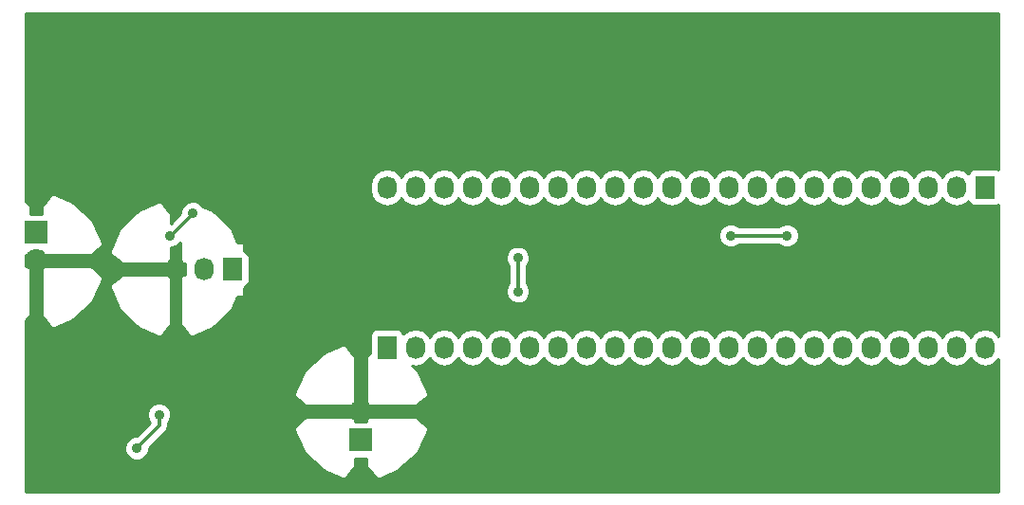
<source format=gbl>
%FSLAX46Y46*%
G04 Gerber Fmt 4.6, Leading zero omitted, Abs format (unit mm)*
G04 Created by KiCad (PCBNEW (2014-09-02 BZR 5112)-product) date Fri 05 Sep 2014 18:15:05 BST*
%MOMM*%
G01*
G04 APERTURE LIST*
%ADD10C,0.100000*%
%ADD11R,2.032000X2.032000*%
%ADD12O,2.032000X2.032000*%
%ADD13R,1.727200X2.032000*%
%ADD14O,1.727200X2.032000*%
%ADD15C,0.889000*%
%ADD16C,0.254000*%
%ADD17C,0.300000*%
G04 APERTURE END LIST*
D10*
D11*
X139000000Y-117730000D03*
D12*
X139000000Y-120270000D03*
D13*
X156540000Y-121000000D03*
D14*
X154000000Y-121000000D03*
X151460000Y-121000000D03*
D11*
X168000000Y-136270000D03*
D12*
X168000000Y-133730000D03*
D13*
X223670000Y-113700000D03*
D14*
X221130000Y-113700000D03*
X218590000Y-113700000D03*
X216050000Y-113700000D03*
X213510000Y-113700000D03*
X210970000Y-113700000D03*
X208430000Y-113700000D03*
X205890000Y-113700000D03*
X203350000Y-113700000D03*
X200810000Y-113700000D03*
X198270000Y-113700000D03*
X195730000Y-113700000D03*
X193190000Y-113700000D03*
X190650000Y-113700000D03*
X188110000Y-113700000D03*
X185570000Y-113700000D03*
X183030000Y-113700000D03*
X180490000Y-113700000D03*
X177950000Y-113700000D03*
X175410000Y-113700000D03*
X172870000Y-113700000D03*
X170330000Y-113700000D03*
D13*
X170330000Y-128000000D03*
D14*
X172870000Y-128000000D03*
X175410000Y-128000000D03*
X177950000Y-128000000D03*
X180490000Y-128000000D03*
X183030000Y-128000000D03*
X185570000Y-128000000D03*
X188110000Y-128000000D03*
X190650000Y-128000000D03*
X193190000Y-128000000D03*
X195730000Y-128000000D03*
X198270000Y-128000000D03*
X200810000Y-128000000D03*
X203350000Y-128000000D03*
X205890000Y-128000000D03*
X208430000Y-128000000D03*
X210970000Y-128000000D03*
X213510000Y-128000000D03*
X216050000Y-128000000D03*
X218590000Y-128000000D03*
X221130000Y-128000000D03*
X223670000Y-128000000D03*
D15*
X153000000Y-116000000D03*
X151000000Y-118000000D03*
X152000000Y-137000000D03*
X146000000Y-135000000D03*
X167000000Y-140000000D03*
X166000000Y-112000000D03*
X151000000Y-112000000D03*
X163000000Y-101000000D03*
X148000000Y-101000000D03*
X206000000Y-118000000D03*
X201000000Y-118000000D03*
X182000000Y-120000000D03*
X182000000Y-123000000D03*
X148000000Y-137000000D03*
X150000000Y-134000000D03*
D16*
X151000000Y-118000000D02*
X153000000Y-116000000D01*
D17*
X206000000Y-118000000D02*
X201000000Y-118000000D01*
X182000000Y-123000000D02*
X182000000Y-120000000D01*
X148000000Y-137000000D02*
X150000000Y-135000000D01*
X150000000Y-135000000D02*
X150000000Y-134000000D01*
D16*
G36*
X224873000Y-140873000D02*
X174046411Y-140873000D01*
X174046411Y-135201990D01*
X172900490Y-134238000D01*
X168508000Y-134238000D01*
X168508000Y-134619000D01*
X167492000Y-134619000D01*
X167492000Y-134238000D01*
X167492000Y-133222000D01*
X167492000Y-128835040D01*
X166528012Y-127683597D01*
X164765396Y-128413688D01*
X162977151Y-130056197D01*
X161953589Y-132258010D01*
X163099510Y-133222000D01*
X167492000Y-133222000D01*
X167492000Y-134238000D01*
X163099510Y-134238000D01*
X161953589Y-135201990D01*
X162977151Y-137403803D01*
X164765396Y-139046312D01*
X166528012Y-139776403D01*
X167492000Y-138624960D01*
X167492000Y-137921000D01*
X168508000Y-137921000D01*
X168508000Y-138624960D01*
X169471988Y-139776403D01*
X171234604Y-139046312D01*
X173022849Y-137403803D01*
X174046411Y-135201990D01*
X174046411Y-140873000D01*
X158038600Y-140873000D01*
X158038600Y-122142310D01*
X158038600Y-121889691D01*
X158038600Y-119857691D01*
X157941927Y-119624302D01*
X157763299Y-119445673D01*
X157530600Y-119349285D01*
X157530600Y-118586998D01*
X156965000Y-118586998D01*
X156437541Y-117380301D01*
X154731770Y-115739411D01*
X153917697Y-115394172D01*
X153915689Y-115389311D01*
X153612286Y-115085378D01*
X153215668Y-114920687D01*
X152786216Y-114920313D01*
X152389311Y-115084311D01*
X152085378Y-115387714D01*
X151920687Y-115784332D01*
X151920497Y-116001872D01*
X151028200Y-116894170D01*
X151028200Y-116098339D01*
X150086270Y-114934474D01*
X148188230Y-115739411D01*
X146482459Y-117380301D01*
X145534474Y-119549056D01*
X146706040Y-120492000D01*
X151028200Y-120492000D01*
X151028200Y-119079525D01*
X151213784Y-119079687D01*
X151610689Y-118915689D01*
X151891800Y-118635068D01*
X151891800Y-120492000D01*
X152323600Y-120492000D01*
X152323600Y-121508000D01*
X151891800Y-121508000D01*
X151891800Y-125901661D01*
X152833730Y-127065526D01*
X154731770Y-126260589D01*
X156437541Y-124619699D01*
X156965000Y-123413002D01*
X157530600Y-123413002D01*
X157530600Y-122650713D01*
X157763298Y-122554327D01*
X157941927Y-122375699D01*
X158038600Y-122142310D01*
X158038600Y-140873000D01*
X151079687Y-140873000D01*
X151079687Y-133786216D01*
X151028200Y-133661608D01*
X151028200Y-125901661D01*
X151028200Y-121508000D01*
X146706040Y-121508000D01*
X145534474Y-122450944D01*
X146482459Y-124619699D01*
X148188230Y-126260589D01*
X150086270Y-127065526D01*
X151028200Y-125901661D01*
X151028200Y-133661608D01*
X150915689Y-133389311D01*
X150612286Y-133085378D01*
X150215668Y-132920687D01*
X149786216Y-132920313D01*
X149389311Y-133084311D01*
X149085378Y-133387714D01*
X148920687Y-133784332D01*
X148920313Y-134213784D01*
X149084311Y-134610689D01*
X149181646Y-134708195D01*
X147969369Y-135920472D01*
X147786216Y-135920313D01*
X147389311Y-136084311D01*
X147085378Y-136387714D01*
X146920687Y-136784332D01*
X146920313Y-137213784D01*
X147084311Y-137610689D01*
X147387714Y-137914622D01*
X147784332Y-138079313D01*
X148213784Y-138079687D01*
X148610689Y-137915689D01*
X148914622Y-137612286D01*
X149079313Y-137215668D01*
X149079474Y-137030683D01*
X150555079Y-135555079D01*
X150725245Y-135300407D01*
X150725245Y-135300406D01*
X150785000Y-135000000D01*
X150785000Y-134741681D01*
X150914622Y-134612286D01*
X151079313Y-134215668D01*
X151079687Y-133786216D01*
X151079687Y-140873000D01*
X145046411Y-140873000D01*
X145046411Y-121741990D01*
X143900490Y-120778000D01*
X139508000Y-120778000D01*
X139508000Y-125164960D01*
X140471988Y-126316403D01*
X142234604Y-125586312D01*
X144022849Y-123943803D01*
X145046411Y-121741990D01*
X145046411Y-140873000D01*
X138127000Y-140873000D01*
X138127000Y-125600937D01*
X138492000Y-125164960D01*
X138492000Y-120778000D01*
X138127000Y-120778000D01*
X138127000Y-119762000D01*
X138492000Y-119762000D01*
X138492000Y-119381000D01*
X139508000Y-119381000D01*
X139508000Y-119762000D01*
X143900490Y-119762000D01*
X145046411Y-118798010D01*
X144022849Y-116596197D01*
X142234604Y-114953688D01*
X140471988Y-114223597D01*
X139508000Y-115375040D01*
X139508000Y-116079000D01*
X138492000Y-116079000D01*
X138492000Y-115375040D01*
X138127000Y-114939062D01*
X138127000Y-98127000D01*
X224873000Y-98127000D01*
X224873000Y-112137264D01*
X224659910Y-112049000D01*
X224407291Y-112049000D01*
X222680091Y-112049000D01*
X222446702Y-112145673D01*
X222268073Y-112324301D01*
X222204499Y-112477779D01*
X222189670Y-112455585D01*
X221703489Y-112130729D01*
X221130000Y-112016655D01*
X220556511Y-112130729D01*
X220070330Y-112455585D01*
X219860000Y-112770365D01*
X219649670Y-112455585D01*
X219163489Y-112130729D01*
X218590000Y-112016655D01*
X218016511Y-112130729D01*
X217530330Y-112455585D01*
X217320000Y-112770365D01*
X217109670Y-112455585D01*
X216623489Y-112130729D01*
X216050000Y-112016655D01*
X215476511Y-112130729D01*
X214990330Y-112455585D01*
X214780000Y-112770365D01*
X214569670Y-112455585D01*
X214083489Y-112130729D01*
X213510000Y-112016655D01*
X212936511Y-112130729D01*
X212450330Y-112455585D01*
X212240000Y-112770365D01*
X212029670Y-112455585D01*
X211543489Y-112130729D01*
X210970000Y-112016655D01*
X210396511Y-112130729D01*
X209910330Y-112455585D01*
X209700000Y-112770365D01*
X209489670Y-112455585D01*
X209003489Y-112130729D01*
X208430000Y-112016655D01*
X207856511Y-112130729D01*
X207370330Y-112455585D01*
X207160000Y-112770365D01*
X206949670Y-112455585D01*
X206463489Y-112130729D01*
X205890000Y-112016655D01*
X205316511Y-112130729D01*
X204830330Y-112455585D01*
X204620000Y-112770365D01*
X204409670Y-112455585D01*
X203923489Y-112130729D01*
X203350000Y-112016655D01*
X202776511Y-112130729D01*
X202290330Y-112455585D01*
X202080000Y-112770365D01*
X201869670Y-112455585D01*
X201383489Y-112130729D01*
X200810000Y-112016655D01*
X200236511Y-112130729D01*
X199750330Y-112455585D01*
X199540000Y-112770365D01*
X199329670Y-112455585D01*
X198843489Y-112130729D01*
X198270000Y-112016655D01*
X197696511Y-112130729D01*
X197210330Y-112455585D01*
X197000000Y-112770365D01*
X196789670Y-112455585D01*
X196303489Y-112130729D01*
X195730000Y-112016655D01*
X195156511Y-112130729D01*
X194670330Y-112455585D01*
X194460000Y-112770365D01*
X194249670Y-112455585D01*
X193763489Y-112130729D01*
X193190000Y-112016655D01*
X192616511Y-112130729D01*
X192130330Y-112455585D01*
X191920000Y-112770365D01*
X191709670Y-112455585D01*
X191223489Y-112130729D01*
X190650000Y-112016655D01*
X190076511Y-112130729D01*
X189590330Y-112455585D01*
X189380000Y-112770365D01*
X189169670Y-112455585D01*
X188683489Y-112130729D01*
X188110000Y-112016655D01*
X187536511Y-112130729D01*
X187050330Y-112455585D01*
X186840000Y-112770365D01*
X186629670Y-112455585D01*
X186143489Y-112130729D01*
X185570000Y-112016655D01*
X184996511Y-112130729D01*
X184510330Y-112455585D01*
X184300000Y-112770365D01*
X184089670Y-112455585D01*
X183603489Y-112130729D01*
X183030000Y-112016655D01*
X182456511Y-112130729D01*
X181970330Y-112455585D01*
X181760000Y-112770365D01*
X181549670Y-112455585D01*
X181063489Y-112130729D01*
X180490000Y-112016655D01*
X179916511Y-112130729D01*
X179430330Y-112455585D01*
X179220000Y-112770365D01*
X179009670Y-112455585D01*
X178523489Y-112130729D01*
X177950000Y-112016655D01*
X177376511Y-112130729D01*
X176890330Y-112455585D01*
X176680000Y-112770365D01*
X176469670Y-112455585D01*
X175983489Y-112130729D01*
X175410000Y-112016655D01*
X174836511Y-112130729D01*
X174350330Y-112455585D01*
X174140000Y-112770365D01*
X173929670Y-112455585D01*
X173443489Y-112130729D01*
X172870000Y-112016655D01*
X172296511Y-112130729D01*
X171810330Y-112455585D01*
X171600000Y-112770365D01*
X171389670Y-112455585D01*
X170903489Y-112130729D01*
X170330000Y-112016655D01*
X169756511Y-112130729D01*
X169270330Y-112455585D01*
X168945474Y-112941766D01*
X168831400Y-113515255D01*
X168831400Y-113884745D01*
X168945474Y-114458234D01*
X169270330Y-114944415D01*
X169756511Y-115269271D01*
X170330000Y-115383345D01*
X170903489Y-115269271D01*
X171389670Y-114944415D01*
X171600000Y-114629634D01*
X171810330Y-114944415D01*
X172296511Y-115269271D01*
X172870000Y-115383345D01*
X173443489Y-115269271D01*
X173929670Y-114944415D01*
X174140000Y-114629634D01*
X174350330Y-114944415D01*
X174836511Y-115269271D01*
X175410000Y-115383345D01*
X175983489Y-115269271D01*
X176469670Y-114944415D01*
X176680000Y-114629634D01*
X176890330Y-114944415D01*
X177376511Y-115269271D01*
X177950000Y-115383345D01*
X178523489Y-115269271D01*
X179009670Y-114944415D01*
X179220000Y-114629634D01*
X179430330Y-114944415D01*
X179916511Y-115269271D01*
X180490000Y-115383345D01*
X181063489Y-115269271D01*
X181549670Y-114944415D01*
X181760000Y-114629634D01*
X181970330Y-114944415D01*
X182456511Y-115269271D01*
X183030000Y-115383345D01*
X183603489Y-115269271D01*
X184089670Y-114944415D01*
X184300000Y-114629634D01*
X184510330Y-114944415D01*
X184996511Y-115269271D01*
X185570000Y-115383345D01*
X186143489Y-115269271D01*
X186629670Y-114944415D01*
X186840000Y-114629634D01*
X187050330Y-114944415D01*
X187536511Y-115269271D01*
X188110000Y-115383345D01*
X188683489Y-115269271D01*
X189169670Y-114944415D01*
X189380000Y-114629634D01*
X189590330Y-114944415D01*
X190076511Y-115269271D01*
X190650000Y-115383345D01*
X191223489Y-115269271D01*
X191709670Y-114944415D01*
X191920000Y-114629634D01*
X192130330Y-114944415D01*
X192616511Y-115269271D01*
X193190000Y-115383345D01*
X193763489Y-115269271D01*
X194249670Y-114944415D01*
X194460000Y-114629634D01*
X194670330Y-114944415D01*
X195156511Y-115269271D01*
X195730000Y-115383345D01*
X196303489Y-115269271D01*
X196789670Y-114944415D01*
X197000000Y-114629634D01*
X197210330Y-114944415D01*
X197696511Y-115269271D01*
X198270000Y-115383345D01*
X198843489Y-115269271D01*
X199329670Y-114944415D01*
X199540000Y-114629634D01*
X199750330Y-114944415D01*
X200236511Y-115269271D01*
X200810000Y-115383345D01*
X201383489Y-115269271D01*
X201869670Y-114944415D01*
X202080000Y-114629634D01*
X202290330Y-114944415D01*
X202776511Y-115269271D01*
X203350000Y-115383345D01*
X203923489Y-115269271D01*
X204409670Y-114944415D01*
X204620000Y-114629634D01*
X204830330Y-114944415D01*
X205316511Y-115269271D01*
X205890000Y-115383345D01*
X206463489Y-115269271D01*
X206949670Y-114944415D01*
X207160000Y-114629634D01*
X207370330Y-114944415D01*
X207856511Y-115269271D01*
X208430000Y-115383345D01*
X209003489Y-115269271D01*
X209489670Y-114944415D01*
X209700000Y-114629634D01*
X209910330Y-114944415D01*
X210396511Y-115269271D01*
X210970000Y-115383345D01*
X211543489Y-115269271D01*
X212029670Y-114944415D01*
X212240000Y-114629634D01*
X212450330Y-114944415D01*
X212936511Y-115269271D01*
X213510000Y-115383345D01*
X214083489Y-115269271D01*
X214569670Y-114944415D01*
X214780000Y-114629634D01*
X214990330Y-114944415D01*
X215476511Y-115269271D01*
X216050000Y-115383345D01*
X216623489Y-115269271D01*
X217109670Y-114944415D01*
X217320000Y-114629634D01*
X217530330Y-114944415D01*
X218016511Y-115269271D01*
X218590000Y-115383345D01*
X219163489Y-115269271D01*
X219649670Y-114944415D01*
X219860000Y-114629634D01*
X220070330Y-114944415D01*
X220556511Y-115269271D01*
X221130000Y-115383345D01*
X221703489Y-115269271D01*
X222189670Y-114944415D01*
X222204500Y-114922219D01*
X222268073Y-115075698D01*
X222446701Y-115254327D01*
X222680090Y-115351000D01*
X222932709Y-115351000D01*
X224659909Y-115351000D01*
X224873000Y-115262734D01*
X224873000Y-126970093D01*
X224729670Y-126755585D01*
X224243489Y-126430729D01*
X223670000Y-126316655D01*
X223096511Y-126430729D01*
X222610330Y-126755585D01*
X222400000Y-127070365D01*
X222189670Y-126755585D01*
X221703489Y-126430729D01*
X221130000Y-126316655D01*
X220556511Y-126430729D01*
X220070330Y-126755585D01*
X219860000Y-127070365D01*
X219649670Y-126755585D01*
X219163489Y-126430729D01*
X218590000Y-126316655D01*
X218016511Y-126430729D01*
X217530330Y-126755585D01*
X217320000Y-127070365D01*
X217109670Y-126755585D01*
X216623489Y-126430729D01*
X216050000Y-126316655D01*
X215476511Y-126430729D01*
X214990330Y-126755585D01*
X214780000Y-127070365D01*
X214569670Y-126755585D01*
X214083489Y-126430729D01*
X213510000Y-126316655D01*
X212936511Y-126430729D01*
X212450330Y-126755585D01*
X212240000Y-127070365D01*
X212029670Y-126755585D01*
X211543489Y-126430729D01*
X210970000Y-126316655D01*
X210396511Y-126430729D01*
X209910330Y-126755585D01*
X209700000Y-127070365D01*
X209489670Y-126755585D01*
X209003489Y-126430729D01*
X208430000Y-126316655D01*
X207856511Y-126430729D01*
X207370330Y-126755585D01*
X207160000Y-127070365D01*
X207079687Y-126950168D01*
X207079687Y-117786216D01*
X206915689Y-117389311D01*
X206612286Y-117085378D01*
X206215668Y-116920687D01*
X205786216Y-116920313D01*
X205389311Y-117084311D01*
X205258393Y-117215000D01*
X201741681Y-117215000D01*
X201612286Y-117085378D01*
X201215668Y-116920687D01*
X200786216Y-116920313D01*
X200389311Y-117084311D01*
X200085378Y-117387714D01*
X199920687Y-117784332D01*
X199920313Y-118213784D01*
X200084311Y-118610689D01*
X200387714Y-118914622D01*
X200784332Y-119079313D01*
X201213784Y-119079687D01*
X201610689Y-118915689D01*
X201741606Y-118785000D01*
X205258318Y-118785000D01*
X205387714Y-118914622D01*
X205784332Y-119079313D01*
X206213784Y-119079687D01*
X206610689Y-118915689D01*
X206914622Y-118612286D01*
X207079313Y-118215668D01*
X207079687Y-117786216D01*
X207079687Y-126950168D01*
X206949670Y-126755585D01*
X206463489Y-126430729D01*
X205890000Y-126316655D01*
X205316511Y-126430729D01*
X204830330Y-126755585D01*
X204620000Y-127070365D01*
X204409670Y-126755585D01*
X203923489Y-126430729D01*
X203350000Y-126316655D01*
X202776511Y-126430729D01*
X202290330Y-126755585D01*
X202080000Y-127070365D01*
X201869670Y-126755585D01*
X201383489Y-126430729D01*
X200810000Y-126316655D01*
X200236511Y-126430729D01*
X199750330Y-126755585D01*
X199540000Y-127070365D01*
X199329670Y-126755585D01*
X198843489Y-126430729D01*
X198270000Y-126316655D01*
X197696511Y-126430729D01*
X197210330Y-126755585D01*
X197000000Y-127070365D01*
X196789670Y-126755585D01*
X196303489Y-126430729D01*
X195730000Y-126316655D01*
X195156511Y-126430729D01*
X194670330Y-126755585D01*
X194460000Y-127070365D01*
X194249670Y-126755585D01*
X193763489Y-126430729D01*
X193190000Y-126316655D01*
X192616511Y-126430729D01*
X192130330Y-126755585D01*
X191920000Y-127070365D01*
X191709670Y-126755585D01*
X191223489Y-126430729D01*
X190650000Y-126316655D01*
X190076511Y-126430729D01*
X189590330Y-126755585D01*
X189380000Y-127070365D01*
X189169670Y-126755585D01*
X188683489Y-126430729D01*
X188110000Y-126316655D01*
X187536511Y-126430729D01*
X187050330Y-126755585D01*
X186840000Y-127070365D01*
X186629670Y-126755585D01*
X186143489Y-126430729D01*
X185570000Y-126316655D01*
X184996511Y-126430729D01*
X184510330Y-126755585D01*
X184300000Y-127070365D01*
X184089670Y-126755585D01*
X183603489Y-126430729D01*
X183079687Y-126326538D01*
X183079687Y-122786216D01*
X182915689Y-122389311D01*
X182785000Y-122258393D01*
X182785000Y-120741681D01*
X182914622Y-120612286D01*
X183079313Y-120215668D01*
X183079687Y-119786216D01*
X182915689Y-119389311D01*
X182612286Y-119085378D01*
X182215668Y-118920687D01*
X181786216Y-118920313D01*
X181389311Y-119084311D01*
X181085378Y-119387714D01*
X180920687Y-119784332D01*
X180920313Y-120213784D01*
X181084311Y-120610689D01*
X181215000Y-120741606D01*
X181215000Y-122258318D01*
X181085378Y-122387714D01*
X180920687Y-122784332D01*
X180920313Y-123213784D01*
X181084311Y-123610689D01*
X181387714Y-123914622D01*
X181784332Y-124079313D01*
X182213784Y-124079687D01*
X182610689Y-123915689D01*
X182914622Y-123612286D01*
X183079313Y-123215668D01*
X183079687Y-122786216D01*
X183079687Y-126326538D01*
X183030000Y-126316655D01*
X182456511Y-126430729D01*
X181970330Y-126755585D01*
X181760000Y-127070365D01*
X181549670Y-126755585D01*
X181063489Y-126430729D01*
X180490000Y-126316655D01*
X179916511Y-126430729D01*
X179430330Y-126755585D01*
X179220000Y-127070365D01*
X179009670Y-126755585D01*
X178523489Y-126430729D01*
X177950000Y-126316655D01*
X177376511Y-126430729D01*
X176890330Y-126755585D01*
X176680000Y-127070365D01*
X176469670Y-126755585D01*
X175983489Y-126430729D01*
X175410000Y-126316655D01*
X174836511Y-126430729D01*
X174350330Y-126755585D01*
X174140000Y-127070365D01*
X173929670Y-126755585D01*
X173443489Y-126430729D01*
X172870000Y-126316655D01*
X172296511Y-126430729D01*
X171810330Y-126755585D01*
X171795499Y-126777780D01*
X171731927Y-126624302D01*
X171553299Y-126445673D01*
X171319910Y-126349000D01*
X171067291Y-126349000D01*
X169340091Y-126349000D01*
X169106702Y-126445673D01*
X168928073Y-126624301D01*
X168831400Y-126857690D01*
X168831400Y-127110309D01*
X168831400Y-128448752D01*
X168508000Y-128835040D01*
X168508000Y-133222000D01*
X172900490Y-133222000D01*
X174046411Y-132258010D01*
X173022849Y-130056197D01*
X172546955Y-129619087D01*
X172870000Y-129683345D01*
X173443489Y-129569271D01*
X173929670Y-129244415D01*
X174140000Y-128929634D01*
X174350330Y-129244415D01*
X174836511Y-129569271D01*
X175410000Y-129683345D01*
X175983489Y-129569271D01*
X176469670Y-129244415D01*
X176680000Y-128929634D01*
X176890330Y-129244415D01*
X177376511Y-129569271D01*
X177950000Y-129683345D01*
X178523489Y-129569271D01*
X179009670Y-129244415D01*
X179220000Y-128929634D01*
X179430330Y-129244415D01*
X179916511Y-129569271D01*
X180490000Y-129683345D01*
X181063489Y-129569271D01*
X181549670Y-129244415D01*
X181760000Y-128929634D01*
X181970330Y-129244415D01*
X182456511Y-129569271D01*
X183030000Y-129683345D01*
X183603489Y-129569271D01*
X184089670Y-129244415D01*
X184300000Y-128929634D01*
X184510330Y-129244415D01*
X184996511Y-129569271D01*
X185570000Y-129683345D01*
X186143489Y-129569271D01*
X186629670Y-129244415D01*
X186840000Y-128929634D01*
X187050330Y-129244415D01*
X187536511Y-129569271D01*
X188110000Y-129683345D01*
X188683489Y-129569271D01*
X189169670Y-129244415D01*
X189380000Y-128929634D01*
X189590330Y-129244415D01*
X190076511Y-129569271D01*
X190650000Y-129683345D01*
X191223489Y-129569271D01*
X191709670Y-129244415D01*
X191920000Y-128929634D01*
X192130330Y-129244415D01*
X192616511Y-129569271D01*
X193190000Y-129683345D01*
X193763489Y-129569271D01*
X194249670Y-129244415D01*
X194460000Y-128929634D01*
X194670330Y-129244415D01*
X195156511Y-129569271D01*
X195730000Y-129683345D01*
X196303489Y-129569271D01*
X196789670Y-129244415D01*
X197000000Y-128929634D01*
X197210330Y-129244415D01*
X197696511Y-129569271D01*
X198270000Y-129683345D01*
X198843489Y-129569271D01*
X199329670Y-129244415D01*
X199540000Y-128929634D01*
X199750330Y-129244415D01*
X200236511Y-129569271D01*
X200810000Y-129683345D01*
X201383489Y-129569271D01*
X201869670Y-129244415D01*
X202080000Y-128929634D01*
X202290330Y-129244415D01*
X202776511Y-129569271D01*
X203350000Y-129683345D01*
X203923489Y-129569271D01*
X204409670Y-129244415D01*
X204620000Y-128929634D01*
X204830330Y-129244415D01*
X205316511Y-129569271D01*
X205890000Y-129683345D01*
X206463489Y-129569271D01*
X206949670Y-129244415D01*
X207160000Y-128929634D01*
X207370330Y-129244415D01*
X207856511Y-129569271D01*
X208430000Y-129683345D01*
X209003489Y-129569271D01*
X209489670Y-129244415D01*
X209700000Y-128929634D01*
X209910330Y-129244415D01*
X210396511Y-129569271D01*
X210970000Y-129683345D01*
X211543489Y-129569271D01*
X212029670Y-129244415D01*
X212240000Y-128929634D01*
X212450330Y-129244415D01*
X212936511Y-129569271D01*
X213510000Y-129683345D01*
X214083489Y-129569271D01*
X214569670Y-129244415D01*
X214780000Y-128929634D01*
X214990330Y-129244415D01*
X215476511Y-129569271D01*
X216050000Y-129683345D01*
X216623489Y-129569271D01*
X217109670Y-129244415D01*
X217320000Y-128929634D01*
X217530330Y-129244415D01*
X218016511Y-129569271D01*
X218590000Y-129683345D01*
X219163489Y-129569271D01*
X219649670Y-129244415D01*
X219860000Y-128929634D01*
X220070330Y-129244415D01*
X220556511Y-129569271D01*
X221130000Y-129683345D01*
X221703489Y-129569271D01*
X222189670Y-129244415D01*
X222400000Y-128929634D01*
X222610330Y-129244415D01*
X223096511Y-129569271D01*
X223670000Y-129683345D01*
X224243489Y-129569271D01*
X224729670Y-129244415D01*
X224873000Y-129029906D01*
X224873000Y-140873000D01*
X224873000Y-140873000D01*
G37*
X224873000Y-140873000D02*
X174046411Y-140873000D01*
X174046411Y-135201990D01*
X172900490Y-134238000D01*
X168508000Y-134238000D01*
X168508000Y-134619000D01*
X167492000Y-134619000D01*
X167492000Y-134238000D01*
X167492000Y-133222000D01*
X167492000Y-128835040D01*
X166528012Y-127683597D01*
X164765396Y-128413688D01*
X162977151Y-130056197D01*
X161953589Y-132258010D01*
X163099510Y-133222000D01*
X167492000Y-133222000D01*
X167492000Y-134238000D01*
X163099510Y-134238000D01*
X161953589Y-135201990D01*
X162977151Y-137403803D01*
X164765396Y-139046312D01*
X166528012Y-139776403D01*
X167492000Y-138624960D01*
X167492000Y-137921000D01*
X168508000Y-137921000D01*
X168508000Y-138624960D01*
X169471988Y-139776403D01*
X171234604Y-139046312D01*
X173022849Y-137403803D01*
X174046411Y-135201990D01*
X174046411Y-140873000D01*
X158038600Y-140873000D01*
X158038600Y-122142310D01*
X158038600Y-121889691D01*
X158038600Y-119857691D01*
X157941927Y-119624302D01*
X157763299Y-119445673D01*
X157530600Y-119349285D01*
X157530600Y-118586998D01*
X156965000Y-118586998D01*
X156437541Y-117380301D01*
X154731770Y-115739411D01*
X153917697Y-115394172D01*
X153915689Y-115389311D01*
X153612286Y-115085378D01*
X153215668Y-114920687D01*
X152786216Y-114920313D01*
X152389311Y-115084311D01*
X152085378Y-115387714D01*
X151920687Y-115784332D01*
X151920497Y-116001872D01*
X151028200Y-116894170D01*
X151028200Y-116098339D01*
X150086270Y-114934474D01*
X148188230Y-115739411D01*
X146482459Y-117380301D01*
X145534474Y-119549056D01*
X146706040Y-120492000D01*
X151028200Y-120492000D01*
X151028200Y-119079525D01*
X151213784Y-119079687D01*
X151610689Y-118915689D01*
X151891800Y-118635068D01*
X151891800Y-120492000D01*
X152323600Y-120492000D01*
X152323600Y-121508000D01*
X151891800Y-121508000D01*
X151891800Y-125901661D01*
X152833730Y-127065526D01*
X154731770Y-126260589D01*
X156437541Y-124619699D01*
X156965000Y-123413002D01*
X157530600Y-123413002D01*
X157530600Y-122650713D01*
X157763298Y-122554327D01*
X157941927Y-122375699D01*
X158038600Y-122142310D01*
X158038600Y-140873000D01*
X151079687Y-140873000D01*
X151079687Y-133786216D01*
X151028200Y-133661608D01*
X151028200Y-125901661D01*
X151028200Y-121508000D01*
X146706040Y-121508000D01*
X145534474Y-122450944D01*
X146482459Y-124619699D01*
X148188230Y-126260589D01*
X150086270Y-127065526D01*
X151028200Y-125901661D01*
X151028200Y-133661608D01*
X150915689Y-133389311D01*
X150612286Y-133085378D01*
X150215668Y-132920687D01*
X149786216Y-132920313D01*
X149389311Y-133084311D01*
X149085378Y-133387714D01*
X148920687Y-133784332D01*
X148920313Y-134213784D01*
X149084311Y-134610689D01*
X149181646Y-134708195D01*
X147969369Y-135920472D01*
X147786216Y-135920313D01*
X147389311Y-136084311D01*
X147085378Y-136387714D01*
X146920687Y-136784332D01*
X146920313Y-137213784D01*
X147084311Y-137610689D01*
X147387714Y-137914622D01*
X147784332Y-138079313D01*
X148213784Y-138079687D01*
X148610689Y-137915689D01*
X148914622Y-137612286D01*
X149079313Y-137215668D01*
X149079474Y-137030683D01*
X150555079Y-135555079D01*
X150725245Y-135300407D01*
X150725245Y-135300406D01*
X150785000Y-135000000D01*
X150785000Y-134741681D01*
X150914622Y-134612286D01*
X151079313Y-134215668D01*
X151079687Y-133786216D01*
X151079687Y-140873000D01*
X145046411Y-140873000D01*
X145046411Y-121741990D01*
X143900490Y-120778000D01*
X139508000Y-120778000D01*
X139508000Y-125164960D01*
X140471988Y-126316403D01*
X142234604Y-125586312D01*
X144022849Y-123943803D01*
X145046411Y-121741990D01*
X145046411Y-140873000D01*
X138127000Y-140873000D01*
X138127000Y-125600937D01*
X138492000Y-125164960D01*
X138492000Y-120778000D01*
X138127000Y-120778000D01*
X138127000Y-119762000D01*
X138492000Y-119762000D01*
X138492000Y-119381000D01*
X139508000Y-119381000D01*
X139508000Y-119762000D01*
X143900490Y-119762000D01*
X145046411Y-118798010D01*
X144022849Y-116596197D01*
X142234604Y-114953688D01*
X140471988Y-114223597D01*
X139508000Y-115375040D01*
X139508000Y-116079000D01*
X138492000Y-116079000D01*
X138492000Y-115375040D01*
X138127000Y-114939062D01*
X138127000Y-98127000D01*
X224873000Y-98127000D01*
X224873000Y-112137264D01*
X224659910Y-112049000D01*
X224407291Y-112049000D01*
X222680091Y-112049000D01*
X222446702Y-112145673D01*
X222268073Y-112324301D01*
X222204499Y-112477779D01*
X222189670Y-112455585D01*
X221703489Y-112130729D01*
X221130000Y-112016655D01*
X220556511Y-112130729D01*
X220070330Y-112455585D01*
X219860000Y-112770365D01*
X219649670Y-112455585D01*
X219163489Y-112130729D01*
X218590000Y-112016655D01*
X218016511Y-112130729D01*
X217530330Y-112455585D01*
X217320000Y-112770365D01*
X217109670Y-112455585D01*
X216623489Y-112130729D01*
X216050000Y-112016655D01*
X215476511Y-112130729D01*
X214990330Y-112455585D01*
X214780000Y-112770365D01*
X214569670Y-112455585D01*
X214083489Y-112130729D01*
X213510000Y-112016655D01*
X212936511Y-112130729D01*
X212450330Y-112455585D01*
X212240000Y-112770365D01*
X212029670Y-112455585D01*
X211543489Y-112130729D01*
X210970000Y-112016655D01*
X210396511Y-112130729D01*
X209910330Y-112455585D01*
X209700000Y-112770365D01*
X209489670Y-112455585D01*
X209003489Y-112130729D01*
X208430000Y-112016655D01*
X207856511Y-112130729D01*
X207370330Y-112455585D01*
X207160000Y-112770365D01*
X206949670Y-112455585D01*
X206463489Y-112130729D01*
X205890000Y-112016655D01*
X205316511Y-112130729D01*
X204830330Y-112455585D01*
X204620000Y-112770365D01*
X204409670Y-112455585D01*
X203923489Y-112130729D01*
X203350000Y-112016655D01*
X202776511Y-112130729D01*
X202290330Y-112455585D01*
X202080000Y-112770365D01*
X201869670Y-112455585D01*
X201383489Y-112130729D01*
X200810000Y-112016655D01*
X200236511Y-112130729D01*
X199750330Y-112455585D01*
X199540000Y-112770365D01*
X199329670Y-112455585D01*
X198843489Y-112130729D01*
X198270000Y-112016655D01*
X197696511Y-112130729D01*
X197210330Y-112455585D01*
X197000000Y-112770365D01*
X196789670Y-112455585D01*
X196303489Y-112130729D01*
X195730000Y-112016655D01*
X195156511Y-112130729D01*
X194670330Y-112455585D01*
X194460000Y-112770365D01*
X194249670Y-112455585D01*
X193763489Y-112130729D01*
X193190000Y-112016655D01*
X192616511Y-112130729D01*
X192130330Y-112455585D01*
X191920000Y-112770365D01*
X191709670Y-112455585D01*
X191223489Y-112130729D01*
X190650000Y-112016655D01*
X190076511Y-112130729D01*
X189590330Y-112455585D01*
X189380000Y-112770365D01*
X189169670Y-112455585D01*
X188683489Y-112130729D01*
X188110000Y-112016655D01*
X187536511Y-112130729D01*
X187050330Y-112455585D01*
X186840000Y-112770365D01*
X186629670Y-112455585D01*
X186143489Y-112130729D01*
X185570000Y-112016655D01*
X184996511Y-112130729D01*
X184510330Y-112455585D01*
X184300000Y-112770365D01*
X184089670Y-112455585D01*
X183603489Y-112130729D01*
X183030000Y-112016655D01*
X182456511Y-112130729D01*
X181970330Y-112455585D01*
X181760000Y-112770365D01*
X181549670Y-112455585D01*
X181063489Y-112130729D01*
X180490000Y-112016655D01*
X179916511Y-112130729D01*
X179430330Y-112455585D01*
X179220000Y-112770365D01*
X179009670Y-112455585D01*
X178523489Y-112130729D01*
X177950000Y-112016655D01*
X177376511Y-112130729D01*
X176890330Y-112455585D01*
X176680000Y-112770365D01*
X176469670Y-112455585D01*
X175983489Y-112130729D01*
X175410000Y-112016655D01*
X174836511Y-112130729D01*
X174350330Y-112455585D01*
X174140000Y-112770365D01*
X173929670Y-112455585D01*
X173443489Y-112130729D01*
X172870000Y-112016655D01*
X172296511Y-112130729D01*
X171810330Y-112455585D01*
X171600000Y-112770365D01*
X171389670Y-112455585D01*
X170903489Y-112130729D01*
X170330000Y-112016655D01*
X169756511Y-112130729D01*
X169270330Y-112455585D01*
X168945474Y-112941766D01*
X168831400Y-113515255D01*
X168831400Y-113884745D01*
X168945474Y-114458234D01*
X169270330Y-114944415D01*
X169756511Y-115269271D01*
X170330000Y-115383345D01*
X170903489Y-115269271D01*
X171389670Y-114944415D01*
X171600000Y-114629634D01*
X171810330Y-114944415D01*
X172296511Y-115269271D01*
X172870000Y-115383345D01*
X173443489Y-115269271D01*
X173929670Y-114944415D01*
X174140000Y-114629634D01*
X174350330Y-114944415D01*
X174836511Y-115269271D01*
X175410000Y-115383345D01*
X175983489Y-115269271D01*
X176469670Y-114944415D01*
X176680000Y-114629634D01*
X176890330Y-114944415D01*
X177376511Y-115269271D01*
X177950000Y-115383345D01*
X178523489Y-115269271D01*
X179009670Y-114944415D01*
X179220000Y-114629634D01*
X179430330Y-114944415D01*
X179916511Y-115269271D01*
X180490000Y-115383345D01*
X181063489Y-115269271D01*
X181549670Y-114944415D01*
X181760000Y-114629634D01*
X181970330Y-114944415D01*
X182456511Y-115269271D01*
X183030000Y-115383345D01*
X183603489Y-115269271D01*
X184089670Y-114944415D01*
X184300000Y-114629634D01*
X184510330Y-114944415D01*
X184996511Y-115269271D01*
X185570000Y-115383345D01*
X186143489Y-115269271D01*
X186629670Y-114944415D01*
X186840000Y-114629634D01*
X187050330Y-114944415D01*
X187536511Y-115269271D01*
X188110000Y-115383345D01*
X188683489Y-115269271D01*
X189169670Y-114944415D01*
X189380000Y-114629634D01*
X189590330Y-114944415D01*
X190076511Y-115269271D01*
X190650000Y-115383345D01*
X191223489Y-115269271D01*
X191709670Y-114944415D01*
X191920000Y-114629634D01*
X192130330Y-114944415D01*
X192616511Y-115269271D01*
X193190000Y-115383345D01*
X193763489Y-115269271D01*
X194249670Y-114944415D01*
X194460000Y-114629634D01*
X194670330Y-114944415D01*
X195156511Y-115269271D01*
X195730000Y-115383345D01*
X196303489Y-115269271D01*
X196789670Y-114944415D01*
X197000000Y-114629634D01*
X197210330Y-114944415D01*
X197696511Y-115269271D01*
X198270000Y-115383345D01*
X198843489Y-115269271D01*
X199329670Y-114944415D01*
X199540000Y-114629634D01*
X199750330Y-114944415D01*
X200236511Y-115269271D01*
X200810000Y-115383345D01*
X201383489Y-115269271D01*
X201869670Y-114944415D01*
X202080000Y-114629634D01*
X202290330Y-114944415D01*
X202776511Y-115269271D01*
X203350000Y-115383345D01*
X203923489Y-115269271D01*
X204409670Y-114944415D01*
X204620000Y-114629634D01*
X204830330Y-114944415D01*
X205316511Y-115269271D01*
X205890000Y-115383345D01*
X206463489Y-115269271D01*
X206949670Y-114944415D01*
X207160000Y-114629634D01*
X207370330Y-114944415D01*
X207856511Y-115269271D01*
X208430000Y-115383345D01*
X209003489Y-115269271D01*
X209489670Y-114944415D01*
X209700000Y-114629634D01*
X209910330Y-114944415D01*
X210396511Y-115269271D01*
X210970000Y-115383345D01*
X211543489Y-115269271D01*
X212029670Y-114944415D01*
X212240000Y-114629634D01*
X212450330Y-114944415D01*
X212936511Y-115269271D01*
X213510000Y-115383345D01*
X214083489Y-115269271D01*
X214569670Y-114944415D01*
X214780000Y-114629634D01*
X214990330Y-114944415D01*
X215476511Y-115269271D01*
X216050000Y-115383345D01*
X216623489Y-115269271D01*
X217109670Y-114944415D01*
X217320000Y-114629634D01*
X217530330Y-114944415D01*
X218016511Y-115269271D01*
X218590000Y-115383345D01*
X219163489Y-115269271D01*
X219649670Y-114944415D01*
X219860000Y-114629634D01*
X220070330Y-114944415D01*
X220556511Y-115269271D01*
X221130000Y-115383345D01*
X221703489Y-115269271D01*
X222189670Y-114944415D01*
X222204500Y-114922219D01*
X222268073Y-115075698D01*
X222446701Y-115254327D01*
X222680090Y-115351000D01*
X222932709Y-115351000D01*
X224659909Y-115351000D01*
X224873000Y-115262734D01*
X224873000Y-126970093D01*
X224729670Y-126755585D01*
X224243489Y-126430729D01*
X223670000Y-126316655D01*
X223096511Y-126430729D01*
X222610330Y-126755585D01*
X222400000Y-127070365D01*
X222189670Y-126755585D01*
X221703489Y-126430729D01*
X221130000Y-126316655D01*
X220556511Y-126430729D01*
X220070330Y-126755585D01*
X219860000Y-127070365D01*
X219649670Y-126755585D01*
X219163489Y-126430729D01*
X218590000Y-126316655D01*
X218016511Y-126430729D01*
X217530330Y-126755585D01*
X217320000Y-127070365D01*
X217109670Y-126755585D01*
X216623489Y-126430729D01*
X216050000Y-126316655D01*
X215476511Y-126430729D01*
X214990330Y-126755585D01*
X214780000Y-127070365D01*
X214569670Y-126755585D01*
X214083489Y-126430729D01*
X213510000Y-126316655D01*
X212936511Y-126430729D01*
X212450330Y-126755585D01*
X212240000Y-127070365D01*
X212029670Y-126755585D01*
X211543489Y-126430729D01*
X210970000Y-126316655D01*
X210396511Y-126430729D01*
X209910330Y-126755585D01*
X209700000Y-127070365D01*
X209489670Y-126755585D01*
X209003489Y-126430729D01*
X208430000Y-126316655D01*
X207856511Y-126430729D01*
X207370330Y-126755585D01*
X207160000Y-127070365D01*
X207079687Y-126950168D01*
X207079687Y-117786216D01*
X206915689Y-117389311D01*
X206612286Y-117085378D01*
X206215668Y-116920687D01*
X205786216Y-116920313D01*
X205389311Y-117084311D01*
X205258393Y-117215000D01*
X201741681Y-117215000D01*
X201612286Y-117085378D01*
X201215668Y-116920687D01*
X200786216Y-116920313D01*
X200389311Y-117084311D01*
X200085378Y-117387714D01*
X199920687Y-117784332D01*
X199920313Y-118213784D01*
X200084311Y-118610689D01*
X200387714Y-118914622D01*
X200784332Y-119079313D01*
X201213784Y-119079687D01*
X201610689Y-118915689D01*
X201741606Y-118785000D01*
X205258318Y-118785000D01*
X205387714Y-118914622D01*
X205784332Y-119079313D01*
X206213784Y-119079687D01*
X206610689Y-118915689D01*
X206914622Y-118612286D01*
X207079313Y-118215668D01*
X207079687Y-117786216D01*
X207079687Y-126950168D01*
X206949670Y-126755585D01*
X206463489Y-126430729D01*
X205890000Y-126316655D01*
X205316511Y-126430729D01*
X204830330Y-126755585D01*
X204620000Y-127070365D01*
X204409670Y-126755585D01*
X203923489Y-126430729D01*
X203350000Y-126316655D01*
X202776511Y-126430729D01*
X202290330Y-126755585D01*
X202080000Y-127070365D01*
X201869670Y-126755585D01*
X201383489Y-126430729D01*
X200810000Y-126316655D01*
X200236511Y-126430729D01*
X199750330Y-126755585D01*
X199540000Y-127070365D01*
X199329670Y-126755585D01*
X198843489Y-126430729D01*
X198270000Y-126316655D01*
X197696511Y-126430729D01*
X197210330Y-126755585D01*
X197000000Y-127070365D01*
X196789670Y-126755585D01*
X196303489Y-126430729D01*
X195730000Y-126316655D01*
X195156511Y-126430729D01*
X194670330Y-126755585D01*
X194460000Y-127070365D01*
X194249670Y-126755585D01*
X193763489Y-126430729D01*
X193190000Y-126316655D01*
X192616511Y-126430729D01*
X192130330Y-126755585D01*
X191920000Y-127070365D01*
X191709670Y-126755585D01*
X191223489Y-126430729D01*
X190650000Y-126316655D01*
X190076511Y-126430729D01*
X189590330Y-126755585D01*
X189380000Y-127070365D01*
X189169670Y-126755585D01*
X188683489Y-126430729D01*
X188110000Y-126316655D01*
X187536511Y-126430729D01*
X187050330Y-126755585D01*
X186840000Y-127070365D01*
X186629670Y-126755585D01*
X186143489Y-126430729D01*
X185570000Y-126316655D01*
X184996511Y-126430729D01*
X184510330Y-126755585D01*
X184300000Y-127070365D01*
X184089670Y-126755585D01*
X183603489Y-126430729D01*
X183079687Y-126326538D01*
X183079687Y-122786216D01*
X182915689Y-122389311D01*
X182785000Y-122258393D01*
X182785000Y-120741681D01*
X182914622Y-120612286D01*
X183079313Y-120215668D01*
X183079687Y-119786216D01*
X182915689Y-119389311D01*
X182612286Y-119085378D01*
X182215668Y-118920687D01*
X181786216Y-118920313D01*
X181389311Y-119084311D01*
X181085378Y-119387714D01*
X180920687Y-119784332D01*
X180920313Y-120213784D01*
X181084311Y-120610689D01*
X181215000Y-120741606D01*
X181215000Y-122258318D01*
X181085378Y-122387714D01*
X180920687Y-122784332D01*
X180920313Y-123213784D01*
X181084311Y-123610689D01*
X181387714Y-123914622D01*
X181784332Y-124079313D01*
X182213784Y-124079687D01*
X182610689Y-123915689D01*
X182914622Y-123612286D01*
X183079313Y-123215668D01*
X183079687Y-122786216D01*
X183079687Y-126326538D01*
X183030000Y-126316655D01*
X182456511Y-126430729D01*
X181970330Y-126755585D01*
X181760000Y-127070365D01*
X181549670Y-126755585D01*
X181063489Y-126430729D01*
X180490000Y-126316655D01*
X179916511Y-126430729D01*
X179430330Y-126755585D01*
X179220000Y-127070365D01*
X179009670Y-126755585D01*
X178523489Y-126430729D01*
X177950000Y-126316655D01*
X177376511Y-126430729D01*
X176890330Y-126755585D01*
X176680000Y-127070365D01*
X176469670Y-126755585D01*
X175983489Y-126430729D01*
X175410000Y-126316655D01*
X174836511Y-126430729D01*
X174350330Y-126755585D01*
X174140000Y-127070365D01*
X173929670Y-126755585D01*
X173443489Y-126430729D01*
X172870000Y-126316655D01*
X172296511Y-126430729D01*
X171810330Y-126755585D01*
X171795499Y-126777780D01*
X171731927Y-126624302D01*
X171553299Y-126445673D01*
X171319910Y-126349000D01*
X171067291Y-126349000D01*
X169340091Y-126349000D01*
X169106702Y-126445673D01*
X168928073Y-126624301D01*
X168831400Y-126857690D01*
X168831400Y-127110309D01*
X168831400Y-128448752D01*
X168508000Y-128835040D01*
X168508000Y-133222000D01*
X172900490Y-133222000D01*
X174046411Y-132258010D01*
X173022849Y-130056197D01*
X172546955Y-129619087D01*
X172870000Y-129683345D01*
X173443489Y-129569271D01*
X173929670Y-129244415D01*
X174140000Y-128929634D01*
X174350330Y-129244415D01*
X174836511Y-129569271D01*
X175410000Y-129683345D01*
X175983489Y-129569271D01*
X176469670Y-129244415D01*
X176680000Y-128929634D01*
X176890330Y-129244415D01*
X177376511Y-129569271D01*
X177950000Y-129683345D01*
X178523489Y-129569271D01*
X179009670Y-129244415D01*
X179220000Y-128929634D01*
X179430330Y-129244415D01*
X179916511Y-129569271D01*
X180490000Y-129683345D01*
X181063489Y-129569271D01*
X181549670Y-129244415D01*
X181760000Y-128929634D01*
X181970330Y-129244415D01*
X182456511Y-129569271D01*
X183030000Y-129683345D01*
X183603489Y-129569271D01*
X184089670Y-129244415D01*
X184300000Y-128929634D01*
X184510330Y-129244415D01*
X184996511Y-129569271D01*
X185570000Y-129683345D01*
X186143489Y-129569271D01*
X186629670Y-129244415D01*
X186840000Y-128929634D01*
X187050330Y-129244415D01*
X187536511Y-129569271D01*
X188110000Y-129683345D01*
X188683489Y-129569271D01*
X189169670Y-129244415D01*
X189380000Y-128929634D01*
X189590330Y-129244415D01*
X190076511Y-129569271D01*
X190650000Y-129683345D01*
X191223489Y-129569271D01*
X191709670Y-129244415D01*
X191920000Y-128929634D01*
X192130330Y-129244415D01*
X192616511Y-129569271D01*
X193190000Y-129683345D01*
X193763489Y-129569271D01*
X194249670Y-129244415D01*
X194460000Y-128929634D01*
X194670330Y-129244415D01*
X195156511Y-129569271D01*
X195730000Y-129683345D01*
X196303489Y-129569271D01*
X196789670Y-129244415D01*
X197000000Y-128929634D01*
X197210330Y-129244415D01*
X197696511Y-129569271D01*
X198270000Y-129683345D01*
X198843489Y-129569271D01*
X199329670Y-129244415D01*
X199540000Y-128929634D01*
X199750330Y-129244415D01*
X200236511Y-129569271D01*
X200810000Y-129683345D01*
X201383489Y-129569271D01*
X201869670Y-129244415D01*
X202080000Y-128929634D01*
X202290330Y-129244415D01*
X202776511Y-129569271D01*
X203350000Y-129683345D01*
X203923489Y-129569271D01*
X204409670Y-129244415D01*
X204620000Y-128929634D01*
X204830330Y-129244415D01*
X205316511Y-129569271D01*
X205890000Y-129683345D01*
X206463489Y-129569271D01*
X206949670Y-129244415D01*
X207160000Y-128929634D01*
X207370330Y-129244415D01*
X207856511Y-129569271D01*
X208430000Y-129683345D01*
X209003489Y-129569271D01*
X209489670Y-129244415D01*
X209700000Y-128929634D01*
X209910330Y-129244415D01*
X210396511Y-129569271D01*
X210970000Y-129683345D01*
X211543489Y-129569271D01*
X212029670Y-129244415D01*
X212240000Y-128929634D01*
X212450330Y-129244415D01*
X212936511Y-129569271D01*
X213510000Y-129683345D01*
X214083489Y-129569271D01*
X214569670Y-129244415D01*
X214780000Y-128929634D01*
X214990330Y-129244415D01*
X215476511Y-129569271D01*
X216050000Y-129683345D01*
X216623489Y-129569271D01*
X217109670Y-129244415D01*
X217320000Y-128929634D01*
X217530330Y-129244415D01*
X218016511Y-129569271D01*
X218590000Y-129683345D01*
X219163489Y-129569271D01*
X219649670Y-129244415D01*
X219860000Y-128929634D01*
X220070330Y-129244415D01*
X220556511Y-129569271D01*
X221130000Y-129683345D01*
X221703489Y-129569271D01*
X222189670Y-129244415D01*
X222400000Y-128929634D01*
X222610330Y-129244415D01*
X223096511Y-129569271D01*
X223670000Y-129683345D01*
X224243489Y-129569271D01*
X224729670Y-129244415D01*
X224873000Y-129029906D01*
X224873000Y-140873000D01*
M02*

</source>
